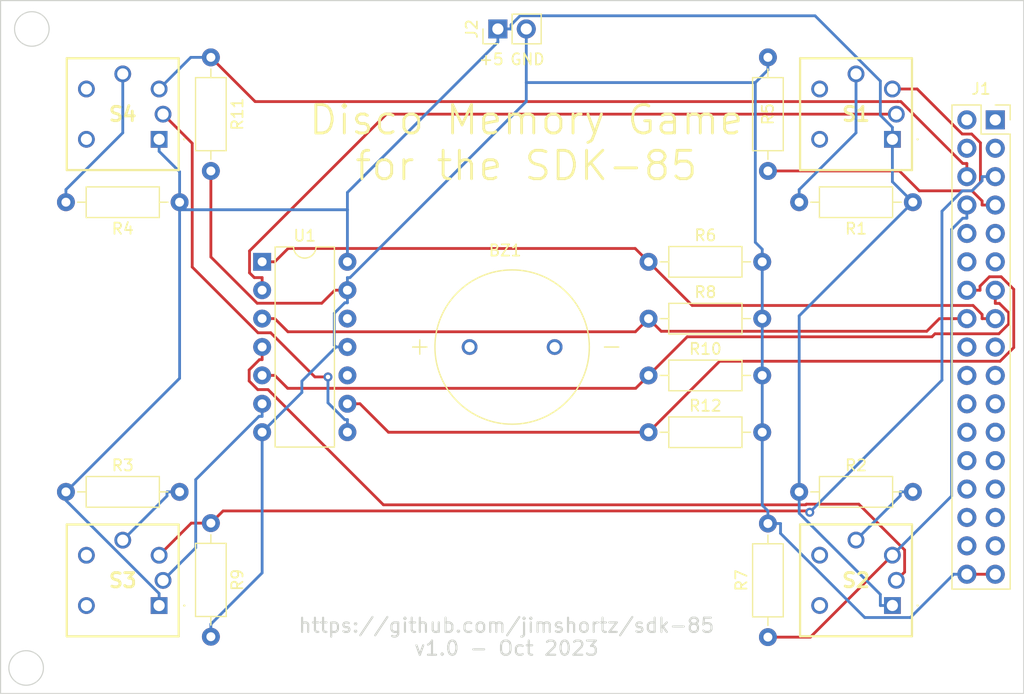
<source format=kicad_pcb>
(kicad_pcb (version 20221018) (generator pcbnew)
  (layers (0 "F.Cu" signal) (31 "B.Cu" signal) (34 "B.Paste" user) (35 "F.Paste" user) (36 "B.SilkS" user "B.Silkscreen") (37 "F.SilkS" user "F.Silkscreen") (38 "B.Mask" user) (39 "F.Mask" user) (44 "Edge.Cuts" user))
  (net 0 "")
  (net 1 "Net-(BZ1--)")
  (net 2 "GND")
  (net 3 "SW2")
  (net 4 "SW3")
  (net 5 "SW0")
  (net 6 "SW1")
  (net 7 "LT2")
  (net 8 "LT3")
  (net 9 "Net-(S3-A)")
  (net 10 "Net-(S4-A)")
  (net 17 "LT0")
  (net 18 "LT1")
  (net 22 "Net-(S3-K)")
  (net 24 "Net-(S1-A)")
  (net 25 "Net-(S2-A)")
  (net 42 "VCC")
  (net 46 "Net-(S1-K)")
  (net 47 "Net-(S2-K)")
  (net 52 "Net-(S4-K)")
  (footprint "omron:B3W9002Y1Y" (layer "F.Cu") (at 147.268 72.608)
    (fp_text reference "S4" (at -3.25 -2.25) (layer "F.SilkS") (effects (font (size 1.27 1.27) (thickness 0.254))))
    (fp_text value "Green" hide)
    (fp_line (start -8.25 -7.25) (end 1.75 -7.25) (stroke (width 0.2)) (layer "F.SilkS"))
    (fp_line (start -8.25 2.75) (end -8.25 -7.25) (stroke (width 0.2)) (layer "F.SilkS"))
    (fp_line (start 1.75 -7.25) (end 1.75 2.75) (stroke (width 0.2)) (layer "F.SilkS"))
    (fp_line (start 1.75 2.75) (end -8.25 2.75) (stroke (width 0.2)) (layer "F.SilkS"))
    (fp_line (start 2.2 0) (end 2.2 0) (stroke (width 0.1)) (layer "F.SilkS"))
    (fp_line (start 2.3 0) (end 2.3 0) (stroke (width 0.1)) (layer "F.SilkS"))
    (fp_arc (start 2.2 0) (mid 2.25 -0.05) (end 2.3 0) (stroke (width 0.1)) (layer "F.SilkS"))
    (fp_arc (start 2.3 0) (mid 2.25 0.05) (end 2.2 0) (stroke (width 0.1)) (layer "F.SilkS"))
    (pad "1" thru_hole rect (at 0 0) (size 1.5 1.5) (drill 1) (layers "*.Cu" "*.Mask") (net 42 "VCC"))
    (pad "2" thru_hole circle (at -6.5 0) (size 1.5 1.5) (drill 1) (layers "*.Cu" "*.Mask"))
    (pad "3" thru_hole circle (at 0 -4.5) (size 1.5 1.5) (drill 1) (layers "*.Cu" "*.Mask") (net 4 "SW3"))
    (pad "4" thru_hole circle (at -6.5 -4.5) (size 1.5 1.5) (drill 1) (layers "*.Cu" "*.Mask"))
    (pad "5" thru_hole circle (at -3.25 -5.85) (size 1.5 1.5) (drill 1) (layers "*.Cu" "*.Mask") (net 10 "Net-(S4-A)"))
    (pad "6" thru_hole circle (at 0.35 -2.25) (size 1.5 1.5) (drill 1) (layers "*.Cu" "*.Mask") (net 52 "Net-(S4-K)"))
  )
  (footprint "Resistor_THT:R_Axial_DIN0207_L6.3mm_D2.5mm_P10.16mm_Horizontal" (layer "F.Cu") (at 191.008 88.646)
    (fp_text reference "R8" (at 5.08 -2.37) (layer "F.SilkS"))
    (fp_text value "10K")
    (fp_line (start 1.04 0) (end 1.81 0) (stroke (width 0.12)) (layer "F.SilkS"))
    (fp_line (start 1.81 -1.37) (end 1.81 1.37) (stroke (width 0.12)) (layer "F.SilkS"))
    (fp_line (start 1.81 1.37) (end 8.35 1.37) (stroke (width 0.12)) (layer "F.SilkS"))
    (fp_line (start 8.35 -1.37) (end 1.81 -1.37) (stroke (width 0.12)) (layer "F.SilkS"))
    (fp_line (start 8.35 1.37) (end 8.35 -1.37) (stroke (width 0.12)) (layer "F.SilkS"))
    (fp_line (start 9.12 0) (end 8.35 0) (stroke (width 0.12)) (layer "F.SilkS"))
    (pad "1" thru_hole circle (at 0 0) (size 1.6 1.6) (drill 0.8) (layers "*.Cu" "*.Mask") (net 18 "LT1"))
    (pad "2" thru_hole oval (at 10.16 0) (size 1.6 1.6) (drill 0.8) (layers "*.Cu" "*.Mask") (net 2 "GND"))
  )
  (footprint "Connector_PinHeader_2.54mm:PinHeader_1x02_P2.54mm_Vertical" (layer "F.Cu") (at 177.541 62.738 90)
    (fp_text reference "J2" (at 0 -2.33 90) (layer "F.SilkS"))
    (fp_text value "Power")
    (fp_line (start -1.33 -1.33) (end 0 -1.33) (stroke (width 0.12)) (layer "F.SilkS"))
    (fp_line (start -1.33 0) (end -1.33 -1.33) (stroke (width 0.12)) (layer "F.SilkS"))
    (fp_line (start -1.33 1.27) (end -1.33 3.87) (stroke (width 0.12)) (layer "F.SilkS"))
    (fp_line (start -1.33 1.27) (end 1.33 1.27) (stroke (width 0.12)) (layer "F.SilkS"))
    (fp_line (start -1.33 3.87) (end 1.33 3.87) (stroke (width 0.12)) (layer "F.SilkS"))
    (fp_line (start 1.33 1.27) (end 1.33 3.87) (stroke (width 0.12)) (layer "F.SilkS"))
    (pad "1" thru_hole rect (at 0 0 90) (size 1.7 1.7) (drill 1) (layers "*.Cu" "*.Mask") (net 42 "VCC"))
    (pad "2" thru_hole oval (at 0 2.54 90) (size 1.7 1.7) (drill 1) (layers "*.Cu" "*.Mask") (net 2 "GND"))
  )
  (footprint "Resistor_THT:R_Axial_DIN0207_L6.3mm_D2.5mm_P10.16mm_Horizontal" (layer "F.Cu") (at 201.676 75.438 90)
    (fp_text reference "R5" (at 5.08 0 90) (layer "F.SilkS"))
    (fp_text value "10K")
    (fp_line (start 1.04 0) (end 1.81 0) (stroke (width 0.12)) (layer "F.SilkS"))
    (fp_line (start 1.81 -1.37) (end 1.81 1.37) (stroke (width 0.12)) (layer "F.SilkS"))
    (fp_line (start 1.81 1.37) (end 8.35 1.37) (stroke (width 0.12)) (layer "F.SilkS"))
    (fp_line (start 8.35 -1.37) (end 1.81 -1.37) (stroke (width 0.12)) (layer "F.SilkS"))
    (fp_line (start 8.35 1.37) (end 8.35 -1.37) (stroke (width 0.12)) (layer "F.SilkS"))
    (fp_line (start 9.12 0) (end 8.35 0) (stroke (width 0.12)) (layer "F.SilkS"))
    (pad "1" thru_hole circle (at 0 0 90) (size 1.6 1.6) (drill 0.8) (layers "*.Cu" "*.Mask") (net 5 "SW0"))
    (pad "2" thru_hole oval (at 10.16 0 90) (size 1.6 1.6) (drill 0.8) (layers "*.Cu" "*.Mask") (net 2 "GND"))
  )
  (footprint "Resistor_THT:R_Axial_DIN0207_L6.3mm_D2.5mm_P10.16mm_Horizontal" (layer "F.Cu") (at 191.008 83.566)
    (fp_text reference "R6" (at 5.08 -2.37) (layer "F.SilkS"))
    (fp_text value "10K")
    (fp_line (start 1.04 0) (end 1.81 0) (stroke (width 0.12)) (layer "F.SilkS"))
    (fp_line (start 1.81 -1.37) (end 1.81 1.37) (stroke (width 0.12)) (layer "F.SilkS"))
    (fp_line (start 1.81 1.37) (end 8.35 1.37) (stroke (width 0.12)) (layer "F.SilkS"))
    (fp_line (start 8.35 -1.37) (end 1.81 -1.37) (stroke (width 0.12)) (layer "F.SilkS"))
    (fp_line (start 8.35 1.37) (end 8.35 -1.37) (stroke (width 0.12)) (layer "F.SilkS"))
    (fp_line (start 9.12 0) (end 8.35 0) (stroke (width 0.12)) (layer "F.SilkS"))
    (pad "1" thru_hole circle (at 0 0) (size 1.6 1.6) (drill 0.8) (layers "*.Cu" "*.Mask") (net 17 "LT0"))
    (pad "2" thru_hole oval (at 10.16 0) (size 1.6 1.6) (drill 0.8) (layers "*.Cu" "*.Mask") (net 2 "GND"))
  )
  (footprint "omron:B3W9002Y1Y" (layer "F.Cu") (at 147.268 114.308)
    (fp_text reference "S3" (at -3.25 -2.25) (layer "F.SilkS") (effects (font (size 1.27 1.27) (thickness 0.254))))
    (fp_text value "Yellow" hide)
    (fp_line (start -8.25 -7.25) (end 1.75 -7.25) (stroke (width 0.2)) (layer "F.SilkS"))
    (fp_line (start -8.25 2.75) (end -8.25 -7.25) (stroke (width 0.2)) (layer "F.SilkS"))
    (fp_line (start 1.75 -7.25) (end 1.75 2.75) (stroke (width 0.2)) (layer "F.SilkS"))
    (fp_line (start 1.75 2.75) (end -8.25 2.75) (stroke (width 0.2)) (layer "F.SilkS"))
    (fp_line (start 2.2 0) (end 2.2 0) (stroke (width 0.1)) (layer "F.SilkS"))
    (fp_line (start 2.3 0) (end 2.3 0) (stroke (width 0.1)) (layer "F.SilkS"))
    (fp_arc (start 2.2 0) (mid 2.25 -0.05) (end 2.3 0) (stroke (width 0.1)) (layer "F.SilkS"))
    (fp_arc (start 2.3 0) (mid 2.25 0.05) (end 2.2 0) (stroke (width 0.1)) (layer "F.SilkS"))
    (pad "1" thru_hole rect (at 0 0) (size 1.5 1.5) (drill 1) (layers "*.Cu" "*.Mask") (net 42 "VCC"))
    (pad "2" thru_hole circle (at -6.5 0) (size 1.5 1.5) (drill 1) (layers "*.Cu" "*.Mask"))
    (pad "3" thru_hole circle (at 0 -4.5) (size 1.5 1.5) (drill 1) (layers "*.Cu" "*.Mask") (net 3 "SW2"))
    (pad "4" thru_hole circle (at -6.5 -4.5) (size 1.5 1.5) (drill 1) (layers "*.Cu" "*.Mask"))
    (pad "5" thru_hole circle (at -3.25 -5.85) (size 1.5 1.5) (drill 1) (layers "*.Cu" "*.Mask") (net 9 "Net-(S3-A)"))
    (pad "6" thru_hole circle (at 0.35 -2.25) (size 1.5 1.5) (drill 1) (layers "*.Cu" "*.Mask") (net 22 "Net-(S3-K)"))
  )
  (footprint "Package_DIP:DIP-14_W7.62mm" (layer "F.Cu") (at 156.474 83.561)
    (fp_text reference "U1" (at 3.81 -2.33) (layer "F.SilkS"))
    (fp_text value "74LS06")
    (fp_line (start 1.16 -1.33) (end 1.16 16.57) (stroke (width 0.12)) (layer "F.SilkS"))
    (fp_line (start 1.16 16.57) (end 6.46 16.57) (stroke (width 0.12)) (layer "F.SilkS"))
    (fp_line (start 2.81 -1.33) (end 1.16 -1.33) (stroke (width 0.12)) (layer "F.SilkS"))
    (fp_line (start 6.46 -1.33) (end 4.81 -1.33) (stroke (width 0.12)) (layer "F.SilkS"))
    (fp_line (start 6.46 16.57) (end 6.46 -1.33) (stroke (width 0.12)) (layer "F.SilkS"))
    (fp_arc (start 4.81 -1.33) (mid 3.81 -0.33) (end 2.81 -1.33) (stroke (width 0.12)) (layer "F.SilkS"))
    (pad "1" thru_hole rect (at 0 0) (size 1.6 1.6) (drill 0.8) (layers "*.Cu" "*.Mask") (net 17 "LT0"))
    (pad "2" thru_hole oval (at 0 2.54) (size 1.6 1.6) (drill 0.8) (layers "*.Cu" "*.Mask") (net 46 "Net-(S1-K)"))
    (pad "3" thru_hole oval (at 0 5.08) (size 1.6 1.6) (drill 0.8) (layers "*.Cu" "*.Mask") (net 18 "LT1"))
    (pad "4" thru_hole oval (at 0 7.62) (size 1.6 1.6) (drill 0.8) (layers "*.Cu" "*.Mask") (net 47 "Net-(S2-K)"))
    (pad "5" thru_hole oval (at 0 10.16) (size 1.6 1.6) (drill 0.8) (layers "*.Cu" "*.Mask") (net 7 "LT2"))
    (pad "6" thru_hole oval (at 0 12.7) (size 1.6 1.6) (drill 0.8) (layers "*.Cu" "*.Mask") (net 22 "Net-(S3-K)"))
    (pad "7" thru_hole oval (at 0 15.24) (size 1.6 1.6) (drill 0.8) (layers "*.Cu" "*.Mask") (net 2 "GND"))
    (pad "8" thru_hole oval (at 7.62 15.24) (size 1.6 1.6) (drill 0.8) (layers "*.Cu" "*.Mask") (net 52 "Net-(S4-K)"))
    (pad "9" thru_hole oval (at 7.62 12.7) (size 1.6 1.6) (drill 0.8) (layers "*.Cu" "*.Mask") (net 8 "LT3"))
    (pad "10" thru_hole oval (at 7.62 10.16) (size 1.6 1.6) (drill 0.8) (layers "*.Cu" "*.Mask"))
    (pad "11" thru_hole oval (at 7.62 7.62) (size 1.6 1.6) (drill 0.8) (layers "*.Cu" "*.Mask") (net 2 "GND"))
    (pad "12" thru_hole oval (at 7.62 5.08) (size 1.6 1.6) (drill 0.8) (layers "*.Cu" "*.Mask"))
    (pad "13" thru_hole oval (at 7.62 2.54) (size 1.6 1.6) (drill 0.8) (layers "*.Cu" "*.Mask") (net 2 "GND"))
    (pad "14" thru_hole oval (at 7.62 0) (size 1.6 1.6) (drill 0.8) (layers "*.Cu" "*.Mask") (net 42 "VCC"))
  )
  (footprint "Resistor_THT:R_Axial_DIN0207_L6.3mm_D2.5mm_P10.16mm_Horizontal" (layer "F.Cu") (at 151.892 106.934 -90)
    (fp_text reference "R9" (at 5.08 -2.37 90) (layer "F.SilkS"))
    (fp_text value "10K")
    (fp_line (start 1.04 0) (end 1.81 0) (stroke (width 0.12)) (layer "F.SilkS"))
    (fp_line (start 1.81 -1.37) (end 1.81 1.37) (stroke (width 0.12)) (layer "F.SilkS"))
    (fp_line (start 1.81 1.37) (end 8.35 1.37) (stroke (width 0.12)) (layer "F.SilkS"))
    (fp_line (start 8.35 -1.37) (end 1.81 -1.37) (stroke (width 0.12)) (layer "F.SilkS"))
    (fp_line (start 8.35 1.37) (end 8.35 -1.37) (stroke (width 0.12)) (layer "F.SilkS"))
    (fp_line (start 9.12 0) (end 8.35 0) (stroke (width 0.12)) (layer "F.SilkS"))
    (pad "1" thru_hole circle (at 0 0 270) (size 1.6 1.6) (drill 0.8) (layers "*.Cu" "*.Mask") (net 3 "SW2"))
    (pad "2" thru_hole oval (at 10.16 0 270) (size 1.6 1.6) (drill 0.8) (layers "*.Cu" "*.Mask") (net 2 "GND"))
  )
  (footprint "Resistor_THT:R_Axial_DIN0207_L6.3mm_D2.5mm_P10.16mm_Horizontal" (layer "F.Cu") (at 191.008 98.806)
    (fp_text reference "R12" (at 5.08 -2.37) (layer "F.SilkS"))
    (fp_text value "10K")
    (fp_line (start 1.04 0) (end 1.81 0) (stroke (width 0.12)) (layer "F.SilkS"))
    (fp_line (start 1.81 -1.37) (end 1.81 1.37) (stroke (width 0.12)) (layer "F.SilkS"))
    (fp_line (start 1.81 1.37) (end 8.35 1.37) (stroke (width 0.12)) (layer "F.SilkS"))
    (fp_line (start 8.35 -1.37) (end 1.81 -1.37) (stroke (width 0.12)) (layer "F.SilkS"))
    (fp_line (start 8.35 1.37) (end 8.35 -1.37) (stroke (width 0.12)) (layer "F.SilkS"))
    (fp_line (start 9.12 0) (end 8.35 0) (stroke (width 0.12)) (layer "F.SilkS"))
    (pad "1" thru_hole circle (at 0 0) (size 1.6 1.6) (drill 0.8) (layers "*.Cu" "*.Mask") (net 8 "LT3"))
    (pad "2" thru_hole oval (at 10.16 0) (size 1.6 1.6) (drill 0.8) (layers "*.Cu" "*.Mask") (net 2 "GND"))
  )
  (footprint "Resistor_THT:R_Axial_DIN0207_L6.3mm_D2.5mm_P10.16mm_Horizontal" (layer "F.Cu") (at 201.676 117.13 90)
    (fp_text reference "R7" (at 5.08 -2.37 90) (layer "F.SilkS"))
    (fp_text value "10K")
    (fp_line (start 1.04 0) (end 1.81 0) (stroke (width 0.12)) (layer "F.SilkS"))
    (fp_line (start 1.81 -1.37) (end 1.81 1.37) (stroke (width 0.12)) (layer "F.SilkS"))
    (fp_line (start 1.81 1.37) (end 8.35 1.37) (stroke (width 0.12)) (layer "F.SilkS"))
    (fp_line (start 8.35 -1.37) (end 1.81 -1.37) (stroke (width 0.12)) (layer "F.SilkS"))
    (fp_line (start 8.35 1.37) (end 8.35 -1.37) (stroke (width 0.12)) (layer "F.SilkS"))
    (fp_line (start 9.12 0) (end 8.35 0) (stroke (width 0.12)) (layer "F.SilkS"))
    (pad "1" thru_hole circle (at 0 0 90) (size 1.6 1.6) (drill 0.8) (layers "*.Cu" "*.Mask") (net 6 "SW1"))
    (pad "2" thru_hole oval (at 10.16 0 90) (size 1.6 1.6) (drill 0.8) (layers "*.Cu" "*.Mask") (net 2 "GND"))
  )
  (footprint "Resistor_THT:R_Axial_DIN0207_L6.3mm_D2.5mm_P10.16mm_Horizontal" (layer "F.Cu") (at 214.63 78.232 180)
    (fp_text reference "R1" (at 5.08 -2.37) (layer "F.SilkS"))
    (fp_text value "1K")
    (fp_line (start 1.04 0) (end 1.81 0) (stroke (width 0.12)) (layer "F.SilkS"))
    (fp_line (start 1.81 -1.37) (end 1.81 1.37) (stroke (width 0.12)) (layer "F.SilkS"))
    (fp_line (start 1.81 1.37) (end 8.35 1.37) (stroke (width 0.12)) (layer "F.SilkS"))
    (fp_line (start 8.35 -1.37) (end 1.81 -1.37) (stroke (width 0.12)) (layer "F.SilkS"))
    (fp_line (start 8.35 1.37) (end 8.35 -1.37) (stroke (width 0.12)) (layer "F.SilkS"))
    (fp_line (start 9.12 0) (end 8.35 0) (stroke (width 0.12)) (layer "F.SilkS"))
    (pad "1" thru_hole circle (at 0 0 180) (size 1.6 1.6) (drill 0.8) (layers "*.Cu" "*.Mask") (net 42 "VCC"))
    (pad "2" thru_hole oval (at 10.16 0 180) (size 1.6 1.6) (drill 0.8) (layers "*.Cu" "*.Mask") (net 24 "Net-(S1-A)"))
  )
  (footprint "buzzer:XDCR_AT-1438-TWT-R" (layer "F.Cu") (at 178.816 91.186)
    (fp_text reference "BZ1" (at -0.625 -8.635) (layer "F.SilkS"))
    (fp_text value "Buzzer")
    (fp_line (start -8.89 0) (end -7.62 0) (stroke (width 0.127)) (layer "F.SilkS"))
    (fp_line (start -8.255 -0.635) (end -8.255 0.635) (stroke (width 0.127)) (layer "F.SilkS"))
    (fp_line (start 8.255 0) (end 9.525 0) (stroke (width 0.127)) (layer "F.SilkS"))
    (fp_circle (center 0 0) (end 6.9 0) (stroke (width 0.127)) (fill none) (layer "F.SilkS"))
    (pad "N" thru_hole circle (at 3.8 0) (size 1.408 1.408) (drill 0.9) (layers "*.Cu" "*.Mask"))
    (pad "P" thru_hole circle (at -3.8 0) (size 1.408 1.408) (drill 0.9) (layers "*.Cu" "*.Mask"))
  )
  (footprint "Connector_PinSocket_2.54mm:PinSocket_2x17_P2.54mm_Vertical" (layer "F.Cu") (at 221.996 70.866)
    (fp_text reference "J1" (at -1.27 -2.77) (layer "F.SilkS"))
    (fp_text value "GPIO")
    (fp_line (start -3.87 -1.33) (end -3.87 41.97) (stroke (width 0.12)) (layer "F.SilkS"))
    (fp_line (start -3.87 -1.33) (end -1.27 -1.33) (stroke (width 0.12)) (layer "F.SilkS"))
    (fp_line (start -3.87 41.97) (end 1.33 41.97) (stroke (width 0.12)) (layer "F.SilkS"))
    (fp_line (start -1.27 -1.33) (end -1.27 1.27) (stroke (width 0.12)) (layer "F.SilkS"))
    (fp_line (start -1.27 1.27) (end 1.33 1.27) (stroke (width 0.12)) (layer "F.SilkS"))
    (fp_line (start 0 -1.33) (end 1.33 -1.33) (stroke (width 0.12)) (layer "F.SilkS"))
    (fp_line (start 1.33 -1.33) (end 1.33 0) (stroke (width 0.12)) (layer "F.SilkS"))
    (fp_line (start 1.33 1.27) (end 1.33 41.97) (stroke (width 0.12)) (layer "F.SilkS"))
    (pad "1" thru_hole rect (at 0 0) (size 1.7 1.7) (drill 1) (layers "*.Cu" "*.Mask"))
    (pad "2" thru_hole oval (at -2.54 0) (size 1.7 1.7) (drill 1) (layers "*.Cu" "*.Mask"))
    (pad "3" thru_hole oval (at 0 2.54) (size 1.7 1.7) (drill 1) (layers "*.Cu" "*.Mask"))
    (pad "4" thru_hole oval (at -2.54 2.54) (size 1.7 1.7) (drill 1) (layers "*.Cu" "*.Mask"))
    (pad "5" thru_hole oval (at 0 5.08) (size 1.7 1.7) (drill 1) (layers "*.Cu" "*.Mask") (net 3 "SW2"))
    (pad "6" thru_hole oval (at -2.54 5.08) (size 1.7 1.7) (drill 1) (layers "*.Cu" "*.Mask") (net 4 "SW3"))
    (pad "7" thru_hole oval (at 0 7.62) (size 1.7 1.7) (drill 1) (layers "*.Cu" "*.Mask") (net 5 "SW0"))
    (pad "8" thru_hole oval (at -2.54 7.62) (size 1.7 1.7) (drill 1) (layers "*.Cu" "*.Mask") (net 6 "SW1"))
    (pad "9" thru_hole oval (at 0 10.16) (size 1.7 1.7) (drill 1) (layers "*.Cu" "*.Mask"))
    (pad "10" thru_hole oval (at -2.54 10.16) (size 1.7 1.7) (drill 1) (layers "*.Cu" "*.Mask"))
    (pad "11" thru_hole oval (at 0 12.7) (size 1.7 1.7) (drill 1) (layers "*.Cu" "*.Mask") (net 1 "Net-(BZ1--)"))
    (pad "12" thru_hole oval (at -2.54 12.7) (size 1.7 1.7) (drill 1) (layers "*.Cu" "*.Mask"))
    (pad "13" thru_hole oval (at 0 15.24) (size 1.7 1.7) (drill 1) (layers "*.Cu" "*.Mask") (net 7 "LT2"))
    (pad "14" thru_hole oval (at -2.54 15.24) (size 1.7 1.7) (drill 1) (layers "*.Cu" "*.Mask") (net 8 "LT3"))
    (pad "15" thru_hole oval (at 0 17.78) (size 1.7 1.7) (drill 1) (layers "*.Cu" "*.Mask") (net 17 "LT0"))
    (pad "16" thru_hole oval (at -2.54 17.78) (size 1.7 1.7) (drill 1) (layers "*.Cu" "*.Mask") (net 18 "LT1"))
    (pad "17" thru_hole oval (at 0 20.32) (size 1.7 1.7) (drill 1) (layers "*.Cu" "*.Mask"))
    (pad "18" thru_hole oval (at -2.54 20.32) (size 1.7 1.7) (drill 1) (layers "*.Cu" "*.Mask"))
    (pad "19" thru_hole oval (at 0 22.86) (size 1.7 1.7) (drill 1) (layers "*.Cu" "*.Mask"))
    (pad "20" thru_hole oval (at -2.54 22.86) (size 1.7 1.7) (drill 1) (layers "*.Cu" "*.Mask"))
    (pad "21" thru_hole oval (at 0 25.4) (size 1.7 1.7) (drill 1) (layers "*.Cu" "*.Mask"))
    (pad "22" thru_hole oval (at -2.54 25.4) (size 1.7 1.7) (drill 1) (layers "*.Cu" "*.Mask"))
    (pad "23" thru_hole oval (at 0 27.94) (size 1.7 1.7) (drill 1) (layers "*.Cu" "*.Mask"))
    (pad "24" thru_hole oval (at -2.54 27.94) (size 1.7 1.7) (drill 1) (layers "*.Cu" "*.Mask"))
    (pad "25" thru_hole oval (at 0 30.48) (size 1.7 1.7) (drill 1) (layers "*.Cu" "*.Mask"))
    (pad "26" thru_hole oval (at -2.54 30.48) (size 1.7 1.7) (drill 1) (layers "*.Cu" "*.Mask"))
    (pad "27" thru_hole oval (at 0 33.02) (size 1.7 1.7) (drill 1) (layers "*.Cu" "*.Mask"))
    (pad "28" thru_hole oval (at -2.54 33.02) (size 1.7 1.7) (drill 1) (layers "*.Cu" "*.Mask"))
    (pad "29" thru_hole oval (at 0 35.56) (size 1.7 1.7) (drill 1) (layers "*.Cu" "*.Mask"))
    (pad "30" thru_hole oval (at -2.54 35.56) (size 1.7 1.7) (drill 1) (layers "*.Cu" "*.Mask"))
    (pad "31" thru_hole oval (at 0 38.1) (size 1.7 1.7) (drill 1) (layers "*.Cu" "*.Mask"))
    (pad "32" thru_hole oval (at -2.54 38.1) (size 1.7 1.7) (drill 1) (layers "*.Cu" "*.Mask"))
    (pad "33" thru_hole oval (at 0 40.64) (size 1.7 1.7) (drill 1) (layers "*.Cu" "*.Mask") (net 2 "GND"))
    (pad "34" thru_hole oval (at -2.54 40.64) (size 1.7 1.7) (drill 1) (layers "*.Cu" "*.Mask") (net 2 "GND"))
  )
  (footprint "Resistor_THT:R_Axial_DIN0207_L6.3mm_D2.5mm_P10.16mm_Horizontal" (layer "F.Cu") (at 149.098 78.232 180)
    (fp_text reference "R4" (at 5.08 -2.37) (layer "F.SilkS"))
    (fp_text value "1K")
    (fp_line (start 1.04 0) (end 1.81 0) (stroke (width 0.12)) (layer "F.SilkS"))
    (fp_line (start 1.81 -1.37) (end 1.81 1.37) (stroke (width 0.12)) (layer "F.SilkS"))
    (fp_line (start 1.81 1.37) (end 8.35 1.37) (stroke (width 0.12)) (layer "F.SilkS"))
    (fp_line (start 8.35 -1.37) (end 1.81 -1.37) (stroke (width 0.12)) (layer "F.SilkS"))
    (fp_line (start 8.35 1.37) (end 8.35 -1.37) (stroke (width 0.12)) (layer "F.SilkS"))
    (fp_line (start 9.12 0) (end 8.35 0) (stroke (width 0.12)) (layer "F.SilkS"))
    (pad "1" thru_hole circle (at 0 0 180) (size 1.6 1.6) (drill 0.8) (layers "*.Cu" "*.Mask") (net 42 "VCC"))
    (pad "2" thru_hole oval (at 10.16 0 180) (size 1.6 1.6) (drill 0.8) (layers "*.Cu" "*.Mask") (net 10 "Net-(S4-A)"))
  )
  (footprint "omron:B3W9002Y1Y" (layer "F.Cu") (at 212.8 114.3)
    (fp_text reference "S2" (at -3.25 -2.25) (layer "F.SilkS") (effects (font (size 1.27 1.27) (thickness 0.254))))
    (fp_text value "Blue" hide)
    (fp_line (start -8.25 -7.25) (end 1.75 -7.25) (stroke (width 0.2)) (layer "F.SilkS"))
    (fp_line (start -8.25 2.75) (end -8.25 -7.25) (stroke (width 0.2)) (layer "F.SilkS"))
    (fp_line (start 1.75 -7.25) (end 1.75 2.75) (stroke (width 0.2)) (layer "F.SilkS"))
    (fp_line (start 1.75 2.75) (end -8.25 2.75) (stroke (width 0.2)) (layer "F.SilkS"))
    (fp_line (start 2.2 0) (end 2.2 0) (stroke (width 0.1)) (layer "F.SilkS"))
    (fp_line (start 2.3 0) (end 2.3 0) (stroke (width 0.1)) (layer "F.SilkS"))
    (fp_arc (start 2.2 0) (mid 2.25 -0.05) (end 2.3 0) (stroke (width 0.1)) (layer "F.SilkS"))
    (fp_arc (start 2.3 0) (mid 2.25 0.05) (end 2.2 0) (stroke (width 0.1)) (layer "F.SilkS"))
    (pad "1" thru_hole rect (at 0 0) (size 1.5 1.5) (drill 1) (layers "*.Cu" "*.Mask") (net 42 "VCC"))
    (pad "2" thru_hole circle (at -6.5 0) (size 1.5 1.5) (drill 1) (layers "*.Cu" "*.Mask"))
    (pad "3" thru_hole circle (at 0 -4.5) (size 1.5 1.5) (drill 1) (layers "*.Cu" "*.Mask") (net 6 "SW1"))
    (pad "4" thru_hole circle (at -6.5 -4.5) (size 1.5 1.5) (drill 1) (layers "*.Cu" "*.Mask"))
    (pad "5" thru_hole circle (at -3.25 -5.85) (size 1.5 1.5) (drill 1) (layers "*.Cu" "*.Mask") (net 25 "Net-(S2-A)"))
    (pad "6" thru_hole circle (at 0.35 -2.25) (size 1.5 1.5) (drill 1) (layers "*.Cu" "*.Mask") (net 47 "Net-(S2-K)"))
  )
  (footprint "Resistor_THT:R_Axial_DIN0207_L6.3mm_D2.5mm_P10.16mm_Horizontal" (layer "F.Cu") (at 151.892 65.278 -90)
    (fp_text reference "R11" (at 5.08 -2.37 90) (layer "F.SilkS"))
    (fp_text value "10K")
    (fp_line (start 1.04 0) (end 1.81 0) (stroke (width 0.12)) (layer "F.SilkS"))
    (fp_line (start 1.81 -1.37) (end 1.81 1.37) (stroke (width 0.12)) (layer "F.SilkS"))
    (fp_line (start 1.81 1.37) (end 8.35 1.37) (stroke (width 0.12)) (layer "F.SilkS"))
    (fp_line (start 8.35 -1.37) (end 1.81 -1.37) (stroke (width 0.12)) (layer "F.SilkS"))
    (fp_line (start 8.35 1.37) (end 8.35 -1.37) (stroke (width 0.12)) (layer "F.SilkS"))
    (fp_line (start 9.12 0) (end 8.35 0) (stroke (width 0.12)) (layer "F.SilkS"))
    (pad "1" thru_hole circle (at 0 0 270) (size 1.6 1.6) (drill 0.8) (layers "*.Cu" "*.Mask") (net 4 "SW3"))
    (pad "2" thru_hole oval (at 10.16 0 270) (size 1.6 1.6) (drill 0.8) (layers "*.Cu" "*.Mask") (net 2 "GND"))
  )
  (footprint "omron:B3W9002Y1Y" (layer "F.Cu") (at 212.8 72.608)
    (fp_text reference "S1" (at -3.25 -2.25) (layer "F.SilkS") (effects (font (size 1.27 1.27) (thickness 0.254))))
    (fp_text value "Red" hide)
    (fp_line (start -8.25 -7.25) (end 1.75 -7.25) (stroke (width 0.2)) (layer "F.SilkS"))
    (fp_line (start -8.25 2.75) (end -8.25 -7.25) (stroke (width 0.2)) (layer "F.SilkS"))
    (fp_line (start 1.75 -7.25) (end 1.75 2.75) (stroke (width 0.2)) (layer "F.SilkS"))
    (fp_line (start 1.75 2.75) (end -8.25 2.75) (stroke (width 0.2)) (layer "F.SilkS"))
    (fp_line (start 2.2 0) (end 2.2 0) (stroke (width 0.1)) (layer "F.SilkS"))
    (fp_line (start 2.3 0) (end 2.3 0) (stroke (width 0.1)) (layer "F.SilkS"))
    (fp_arc (start 2.2 0) (mid 2.25 -0.05) (end 2.3 0) (stroke (width 0.1)) (layer "F.SilkS"))
    (fp_arc (start 2.3 0) (mid 2.25 0.05) (end 2.2 0) (stroke (width 0.1)) (layer "F.SilkS"))
    (pad "1" thru_hole rect (at 0 0) (size 1.5 1.5) (drill 1) (layers "*.Cu" "*.Mask") (net 42 "VCC"))
    (pad "2" thru_hole circle (at -6.5 0) (size 1.5 1.5) (drill 1) (layers "*.Cu" "*.Mask"))
    (pad "3" thru_hole circle (at 0 -4.5) (size 1.5 1.5) (drill 1) (layers "*.Cu" "*.Mask") (net 5 "SW0"))
    (pad "4" thru_hole circle (at -6.5 -4.5) (size 1.5 1.5) (drill 1) (layers "*.Cu" "*.Mask"))
    (pad "5" thru_hole circle (at -3.25 -5.85) (size 1.5 1.5) (drill 1) (layers "*.Cu" "*.Mask") (net 24 "Net-(S1-A)"))
    (pad "6" thru_hole circle (at 0.35 -2.25) (size 1.5 1.5) (drill 1) (layers "*.Cu" "*.Mask") (net 46 "Net-(S1-K)"))
  )
  (footprint "Resistor_THT:R_Axial_DIN0207_L6.3mm_D2.5mm_P10.16mm_Horizontal" (layer "F.Cu") (at 191.008 93.726)
    (fp_text reference "R10" (at 5.08 -2.37) (layer "F.SilkS"))
    (fp_text value "10K")
    (fp_line (start 1.04 0) (end 1.81 0) (stroke (width 0.12)) (layer "F.SilkS"))
    (fp_line (start 1.81 -1.37) (end 1.81 1.37) (stroke (width 0.12)) (layer "F.SilkS"))
    (fp_line (start 1.81 1.37) (end 8.35 1.37) (stroke (width 0.12)) (layer "F.SilkS"))
    (fp_line (start 8.35 -1.37) (end 1.81 -1.37) (stroke (width 0.12)) (layer "F.SilkS"))
    (fp_line (start 8.35 1.37) (end 8.35 -1.37) (stroke (width 0.12)) (layer "F.SilkS"))
    (fp_line (start 9.12 0) (end 8.35 0) (stroke (width 0.12)) (layer "F.SilkS"))
    (pad "1" thru_hole circle (at 0 0) (size 1.6 1.6) (drill 0.8) (layers "*.Cu" "*.Mask") (net 7 "LT2"))
    (pad "2" thru_hole oval (at 10.16 0) (size 1.6 1.6) (drill 0.8) (layers "*.Cu" "*.Mask") (net 2 "GND"))
  )
  (footprint "Resistor_THT:R_Axial_DIN0207_L6.3mm_D2.5mm_P10.16mm_Horizontal" (layer "F.Cu") (at 138.938 104.14)
    (fp_text reference "R3" (at 5.08 -2.37) (layer "F.SilkS"))
    (fp_text value "1K")
    (fp_line (start 1.04 0) (end 1.81 0) (stroke (width 0.12)) (layer "F.SilkS"))
    (fp_line (start 1.81 -1.37) (end 1.81 1.37) (stroke (width 0.12)) (layer "F.SilkS"))
    (fp_line (start 1.81 1.37) (end 8.35 1.37) (stroke (width 0.12)) (layer "F.SilkS"))
    (fp_line (start 8.35 -1.37) (end 1.81 -1.37) (stroke (width 0.12)) (layer "F.SilkS"))
    (fp_line (start 8.35 1.37) (end 8.35 -1.37) (stroke (width 0.12)) (layer "F.SilkS"))
    (fp_line (start 9.12 0) (end 8.35 0) (stroke (width 0.12)) (layer "F.SilkS"))
    (pad "1" thru_hole circle (at 0 0) (size 1.6 1.6) (drill 0.8) (layers "*.Cu" "*.Mask") (net 42 "VCC"))
    (pad "2" thru_hole oval (at 10.16 0) (size 1.6 1.6) (drill 0.8) (layers "*.Cu" "*.Mask") (net 9 "Net-(S3-A)"))
  )
  (footprint "Resistor_THT:R_Axial_DIN0207_L6.3mm_D2.5mm_P10.16mm_Horizontal" (layer "F.Cu") (at 204.47 104.14)
    (fp_text reference "R2" (at 5.08 -2.37) (layer "F.SilkS"))
    (fp_text value "1K")
    (fp_line (start 1.04 0) (end 1.81 0) (stroke (width 0.12)) (layer "F.SilkS"))
    (fp_line (start 1.81 -1.37) (end 1.81 1.37) (stroke (width 0.12)) (layer "F.SilkS"))
    (fp_line (start 1.81 1.37) (end 8.35 1.37) (stroke (width 0.12)) (layer "F.SilkS"))
    (fp_line (start 8.35 -1.37) (end 1.81 -1.37) (stroke (width 0.12)) (layer "F.SilkS"))
    (fp_line (start 8.35 1.37) (end 8.35 -1.37) (stroke (width 0.12)) (layer "F.SilkS"))
    (fp_line (start 9.12 0) (end 8.35 0) (stroke (width 0.12)) (layer "F.SilkS"))
    (pad "1" thru_hole circle (at 0 0) (size 1.6 1.6) (drill 0.8) (layers "*.Cu" "*.Mask") (net 42 "VCC"))
    (pad "2" thru_hole oval (at 10.16 0) (size 1.6 1.6) (drill 0.8) (layers "*.Cu" "*.Mask") (net 25 "Net-(S2-A)"))
  )
  (gr_circle (center 135.89 62.738) (end 137.414 62.992) (stroke (width 0.1)) (fill none) (layer "Edge.Cuts"))
  (gr_rect (start 133.096 60.198) (end 224.536 122.174) (stroke (width 0.1)) (fill none) (layer "Edge.Cuts"))
  (gr_circle (center 135.382 119.888) (end 136.906 120.142) (stroke (width 0.1)) (fill none) (layer "Edge.Cuts"))
  (gr_text "GND" (at 178.562 66.04) (layer "F.SilkS") (effects (font (size 1 1)) (justify left bottom)))
  (gr_text "Disco Memory Game\nfor the SDK-85" (at 180.086 76.454) (layer "F.SilkS") (effects (font (size 2.54 2.54) (thickness 0.254)) (justify bottom)))
  (gr_text "+5" (at 175.768 66.04) (layer "F.SilkS") (effects (font (size 1 1)) (justify left bottom)))
  (gr_text "https://github.com/jimshortz/sdk-85\nv1.0 - Oct 2023" (at 178.308 118.872) (layer "Edge.Cuts") (effects (font (size 1.27 1.27) (thickness 0.1905)) (justify bottom)))
  (segment (start 151.892 75.438) (end 151.892 83.131) (width 0.25) (layer "F.Cu") (net 2))
  (segment (start 219.456 111.506) (end 221.996 111.506) (width 0.25) (layer "F.Cu") (net 2))
  (segment (start 156.0267 87.2657) (end 161.8024 87.2657) (width 0.25) (layer "F.Cu") (net 2))
  (segment (start 164.094 86.101) (end 162.9671 86.101) (width 0.25) (layer "F.Cu") (net 2))
  (segment (start 161.8024 87.2657) (end 162.9671 86.101) (width 0.25) (layer "F.Cu") (net 2))
  (segment (start 151.892 83.131) (end 156.0267 87.2657) (width 0.25) (layer "F.Cu") (net 2))
  (segment (start 180.081 67.5318) (end 180.081 69.2206) (width 0.25) (layer "B.Cu") (net 2))
  (segment (start 210.3304 115.3769) (end 202.8029 107.8494) (width 0.25) (layer "B.Cu") (net 2))
  (segment (start 162.9235 88.1649) (end 162.9235 91.024) (width 0.25) (layer "B.Cu") (net 2))
  (segment (start 151.892 115.9671) (end 156.474 111.3851) (width 0.25) (layer "B.Cu") (net 2))
  (segment (start 163.0805 91.181) (end 160.0242 94.2373) (width 0.25) (layer "B.Cu") (net 2))
  (segment (start 156.474 111.3851) (end 156.474 98.801) (width 0.25) (layer "B.Cu") (net 2))
  (segment (start 164.094 91.181) (end 163.0805 91.181) (width 0.25) (layer "B.Cu") (net 2))
  (segment (start 201.168 83.566) (end 201.168 82.4391) (width 0.25) (layer "B.Cu") (net 2))
  (segment (start 201.168 88.646) (end 201.168 89.7729) (width 0.25) (layer "B.Cu") (net 2))
  (segment (start 202.8029 107.8494) (end 202.8029 106.97) (width 0.25) (layer "B.Cu") (net 2))
  (segment (start 200.5491 67.5318) (end 201.676 66.4049) (width 0.25) (layer "B.Cu") (net 2))
  (segment (start 180.081 62.738) (end 180.081 67.5318) (width 0.25) (layer "B.Cu") (net 2))
  (segment (start 201.676 106.97) (end 202.8029 106.97) (width 0.25) (layer "B.Cu") (net 2))
  (segment (start 162.9235 91.024) (end 163.0805 91.181) (width 0.25) (layer "B.Cu") (net 2))
  (segment (start 201.168 82.4391) (end 200.5491 81.8202) (width 0.25) (layer "B.Cu") (net 2))
  (segment (start 201.168 93.726) (end 201.168 89.7729) (width 0.25) (layer "B.Cu") (net 2))
  (segment (start 160.0242 94.2373) (end 160.0242 95.2508) (width 0.25) (layer "B.Cu") (net 2))
  (segment (start 151.892 117.094) (end 151.892 115.9671) (width 0.25) (layer "B.Cu") (net 2))
  (segment (start 214.4082 115.3769) (end 210.3304 115.3769) (width 0.25) (layer "B.Cu") (net 2))
  (segment (start 201.168 105.3351) (end 201.168 98.806) (width 0.25) (layer "B.Cu") (net 2))
  (segment (start 164.3275 84.9741) (end 164.094 84.9741) (width 0.25) (layer "B.Cu") (net 2))
  (segment (start 200.5491 81.8202) (end 200.5491 67.5318) (width 0.25) (layer "B.Cu") (net 2))
  (segment (start 201.676 65.278) (end 201.676 66.4049) (width 0.25) (layer "B.Cu") (net 2))
  (segment (start 218.2791 111.506) (end 214.4082 115.3769) (width 0.25) (layer "B.Cu") (net 2))
  (segment (start 164.094 87.2279) (end 163.8605 87.2279) (width 0.25) (layer "B.Cu") (net 2))
  (segment (start 201.676 106.97) (end 201.676 105.8431) (width 0.25) (layer "B.Cu") (net 2))
  (segment (start 201.168 98.806) (end 201.168 93.726) (width 0.25) (layer "B.Cu") (net 2))
  (segment (start 163.8605 87.2279) (end 162.9235 88.1649) (width 0.25) (layer "B.Cu") (net 2))
  (segment (start 164.094 86.101) (end 164.094 84.9741) (width 0.25) (layer "B.Cu") (net 2))
  (segment (start 201.676 105.8431) (end 201.168 105.3351) (width 0.25) (layer "B.Cu") (net 2))
  (segment (start 201.168 83.566) (end 201.168 88.646) (width 0.25) (layer "B.Cu") (net 2))
  (segment (start 180.081 67.5318) (end 200.5491 67.5318) (width 0.25) (layer "B.Cu") (net 2))
  (segment (start 164.094 86.101) (end 164.094 87.2279) (width 0.25) (layer "B.Cu") (net 2))
  (segment (start 219.456 111.506) (end 218.2791 111.506) (width 0.25) (layer "B.Cu") (net 2))
  (segment (start 180.081 69.2206) (end 164.3275 84.9741) (width 0.25) (layer "B.Cu") (net 2))
  (segment (start 160.0242 95.2508) (end 156.474 98.801) (width 0.25) (layer "B.Cu") (net 2))
  (segment (start 150.142 106.934) (end 151.892 106.934) (width 0.25) (layer "F.Cu") (net 3))
  (segment (start 147.268 109.808) (end 150.142 106.934) (width 0.25) (layer "F.Cu") (net 3))
  (segment (start 205.2907 105.8431) (end 205.4134 105.9658) (width 0.25) (layer "F.Cu") (net 3))
  (segment (start 152.9829 105.8431) (end 205.2907 105.8431) (width 0.25) (layer "F.Cu") (net 3))
  (segment (start 151.892 106.934) (end 152.9829 105.8431) (width 0.25) (layer "F.Cu") (net 3))
  (via (at 205.4134 105.9658) (size 0.8) (drill 0.4) (layers "F.Cu" "B.Cu") (net 3))
  (segment (start 219.9149 77.216) (end 220.8191 76.3118) (width 0.25) (layer "B.Cu") (net 3))
  (segment (start 221.996 75.946) (end 220.8191 75.946) (width 0.25) (layer "B.Cu") (net 3))
  (segment (start 217.2293 79.0417) (end 219.055 77.216) (width 0.25) (layer "B.Cu") (net 3))
  (segment (start 205.4134 105.9658) (end 217.2293 94.1499) (width 0.25) (layer "B.Cu") (net 3))
  (segment (start 220.8191 76.3118) (end 220.8191 75.946) (width 0.25) (layer "B.Cu") (net 3))
  (segment (start 219.055 77.216) (end 219.9149 77.216) (width 0.25) (layer "B.Cu") (net 3))
  (segment (start 217.2293 94.1499) (end 217.2293 79.0417) (width 0.25) (layer "B.Cu") (net 3))
  (segment (start 155.8469 69.2329) (end 213.2858 69.2329) (width 0.25) (layer "F.Cu") (net 4))
  (segment (start 213.2858 69.2329) (end 213.2873 69.2344) (width 0.25) (layer "F.Cu") (net 4))
  (segment (start 219.456 75.946) (end 219.456 74.7691) (width 0.25) (layer "F.Cu") (net 4))
  (segment (start 213.2873 69.2344) (end 213.5588 69.2344) (width 0.25) (layer "F.Cu") (net 4))
  (segment (start 151.892 65.278) (end 155.8469 69.2329) (width 0.25) (layer "F.Cu") (net 4))
  (segment (start 219.0935 74.7691) (end 219.456 74.7691) (width 0.25) (layer "F.Cu") (net 4))
  (segment (start 213.5588 69.2344) (end 219.0935 74.7691) (width 0.25) (layer "F.Cu") (net 4))
  (segment (start 150.098 65.278) (end 147.268 68.108) (width 0.25) (layer "B.Cu") (net 4))
  (segment (start 151.892 65.278) (end 150.098 65.278) (width 0.25) (layer "B.Cu") (net 4))
  (segment (start 219.8869 72.136) (end 219.0456 72.136) (width 0.25) (layer "F.Cu") (net 5))
  (segment (start 215.2077 77.216) (end 219.9149 77.216) (width 0.25) (layer "F.Cu") (net 5))
  (segment (start 215.0176 68.108) (end 212.8 68.108) (width 0.25) (layer "F.Cu") (net 5))
  (segment (start 213.4297 75.438) (end 215.2077 77.216) (width 0.25) (layer "F.Cu") (net 5))
  (segment (start 219.9149 77.216) (end 220.6693 76.4616) (width 0.25) (layer "F.Cu") (net 5))
  (segment (start 219.9149 77.216) (end 220.8191 78.1202) (width 0.25) (layer "F.Cu") (net 5))
  (segment (start 220.6693 76.4616) (end 220.6693 72.9184) (width 0.25) (layer "F.Cu") (net 5))
  (segment (start 221.996 78.486) (end 220.8191 78.486) (width 0.25) (layer "F.Cu") (net 5))
  (segment (start 219.0456 72.136) (end 215.0176 68.108) (width 0.25) (layer "F.Cu") (net 5))
  (segment (start 220.8191 78.1202) (end 220.8191 78.486) (width 0.25) (layer "F.Cu") (net 5))
  (segment (start 220.6693 72.9184) (end 219.8869 72.136) (width 0.25) (layer "F.Cu") (net 5))
  (segment (start 201.676 75.438) (end 213.4297 75.438) (width 0.25) (layer "F.Cu") (net 5))
  (segment (start 205.47 117.13) (end 201.676 117.13) (width 0.25) (layer "F.Cu") (net 6))
  (segment (start 212.8 109.8) (end 205.47 117.13) (width 0.25) (layer "F.Cu") (net 6))
  (segment (start 219.456 78.486) (end 219.456 79.6629) (width 0.25) (layer "B.Cu") (net 6))
  (segment (start 218.0929 104.5071) (end 218.0929 80.6602) (width 0.25) (layer "B.Cu") (net 6))
  (segment (start 219.0902 79.6629) (end 219.456 79.6629) (width 0.25) (layer "B.Cu") (net 6))
  (segment (start 218.0929 80.6602) (end 219.0902 79.6629) (width 0.25) (layer "B.Cu") (net 6))
  (segment (start 212.8 109.8) (end 218.0929 104.5071) (width 0.25) (layer "B.Cu") (net 6))
  (segment (start 216.604 90.0004) (end 216.3333 90.2711) (width 0.25) (layer "F.Cu") (net 7))
  (segment (start 222.3638 87.2829) (end 223.1905 88.1096) (width 0.25) (layer "F.Cu") (net 7))
  (segment (start 194.4629 90.2711) (end 191.008 93.726) (width 0.25) (layer "F.Cu") (net 7))
  (segment (start 222.3162 90.0004) (end 216.604 90.0004) (width 0.25) (layer "F.Cu") (net 7))
  (segment (start 223.1905 88.1096) (end 223.1905 89.1261) (width 0.25) (layer "F.Cu") (net 7))
  (segment (start 223.1905 89.1261) (end 222.3162 90.0004) (width 0.25) (layer "F.Cu") (net 7))
  (segment (start 189.8556 94.8784) (end 158.7583 94.8784) (width 0.25) (layer "F.Cu") (net 7))
  (segment (start 221.996 87.2829) (end 222.3638 87.2829) (width 0.25) (layer "F.Cu") (net 7))
  (segment (start 191.008 93.726) (end 189.8556 94.8784) (width 0.25) (layer "F.Cu") (net 7))
  (segment (start 221.996 86.106) (end 221.996 87.2829) (width 0.25) (layer "F.Cu") (net 7))
  (segment (start 158.7583 94.8784) (end 157.6009 93.721) (width 0.25) (layer "F.Cu") (net 7))
  (segment (start 156.474 93.721) (end 157.6009 93.721) (width 0.25) (layer "F.Cu") (net 7))
  (segment (start 216.3333 90.2711) (end 194.4629 90.2711) (width 0.25) (layer "F.Cu") (net 7))
  (segment (start 220.6329 86.106) (end 220.6329 85.7382) (width 0.25) (layer "F.Cu") (net 8))
  (segment (start 191.008 98.806) (end 167.7659 98.806) (width 0.25) (layer "F.Cu") (net 8))
  (segment (start 222.5238 84.9015) (end 223.6455 86.0232) (width 0.25) (layer "F.Cu") (net 8))
  (segment (start 222.4214 92.456) (end 197.358 92.456) (width 0.25) (layer "F.Cu") (net 8))
  (segment (start 167.7659 98.806) (end 165.2209 96.261) (width 0.25) (layer "F.Cu") (net 8))
  (segment (start 197.358 92.456) (end 191.008 98.806) (width 0.25) (layer "F.Cu") (net 8))
  (segment (start 219.456 86.106) (end 220.6329 86.106) (width 0.25) (layer "F.Cu") (net 8))
  (segment (start 220.6329 85.7382) (end 221.4696 84.9015) (width 0.25) (layer "F.Cu") (net 8))
  (segment (start 164.094 96.261) (end 165.2209 96.261) (width 0.25) (layer "F.Cu") (net 8))
  (segment (start 223.6455 91.2319) (end 222.4214 92.456) (width 0.25) (layer "F.Cu") (net 8))
  (segment (start 221.4696 84.9015) (end 222.5238 84.9015) (width 0.25) (layer "F.Cu") (net 8))
  (segment (start 223.6455 86.0232) (end 223.6455 91.2319) (width 0.25) (layer "F.Cu") (net 8))
  (segment (start 147.9711 104.5049) (end 144.018 108.458) (width 0.25) (layer "B.Cu") (net 9))
  (segment (start 149.098 104.14) (end 147.9711 104.14) (width 0.25) (layer "B.Cu") (net 9))
  (segment (start 147.9711 104.14) (end 147.9711 104.5049) (width 0.25) (layer "B.Cu") (net 9))
  (segment (start 144.018 72.0251) (end 144.018 66.758) (width 0.25) (layer "B.Cu") (net 10))
  (segment (start 138.938 78.232) (end 138.938 77.1051) (width 0.25) (layer "B.Cu") (net 10))
  (segment (start 138.938 77.1051) (end 144.018 72.0251) (width 0.25) (layer "B.Cu") (net 10))
  (segment (start 220.8191 88.2781) (end 220.0101 87.4691) (width 0.25) (layer "F.Cu") (net 17))
  (segment (start 194.9111 87.4691) (end 191.008 83.566) (width 0.25) (layer "F.Cu") (net 17))
  (segment (start 157.6009 83.561) (end 158.7912 82.3707) (width 0.25) (layer "F.Cu") (net 17))
  (segment (start 220.8191 88.646) (end 220.8191 88.2781) (width 0.25) (layer "F.Cu") (net 17))
  (segment (start 220.0101 87.4691) (end 194.9111 87.4691) (width 0.25) (layer "F.Cu") (net 17))
  (segment (start 189.8127 82.3707) (end 191.008 83.566) (width 0.25) (layer "F.Cu") (net 17))
  (segment (start 156.474 83.561) (end 157.6009 83.561) (width 0.25) (layer "F.Cu") (net 17))
  (segment (start 221.996 88.646) (end 220.8191 88.646) (width 0.25) (layer "F.Cu") (net 17))
  (segment (start 158.7912 82.3707) (end 189.8127 82.3707) (width 0.25) (layer "F.Cu") (net 17))
  (segment (start 218.2791 88.646) (end 217.0011 88.646) (width 0.25) (layer "F.Cu") (net 18))
  (segment (start 156.474 88.641) (end 157.6009 88.641) (width 0.25) (layer "F.Cu") (net 18))
  (segment (start 192.1373 89.7753) (end 191.008 88.646) (width 0.25) (layer "F.Cu") (net 18))
  (segment (start 189.8333 89.8207) (end 158.7806 89.8207) (width 0.25) (layer "F.Cu") (net 18))
  (segment (start 215.8718 89.7753) (end 192.1373 89.7753) (width 0.25) (layer "F.Cu") (net 18))
  (segment (start 191.008 88.646) (end 189.8333 89.8207) (width 0.25) (layer "F.Cu") (net 18))
  (segment (start 158.7806 89.8207) (end 157.6009 88.641) (width 0.25) (layer "F.Cu") (net 18))
  (segment (start 217.0011 88.646) (end 215.8718 89.7753) (width 0.25) (layer "F.Cu") (net 18))
  (segment (start 219.456 88.646) (end 218.2791 88.646) (width 0.25) (layer "F.Cu") (net 18))
  (segment (start 150.5375 103.0427) (end 150.5375 109.1385) (width 0.25) (layer "B.Cu") (net 22))
  (segment (start 156.474 96.261) (end 156.474 97.3879) (width 0.25) (layer "B.Cu") (net 22))
  (segment (start 156.474 97.3879) (end 156.1923 97.3879) (width 0.25) (layer "B.Cu") (net 22))
  (segment (start 150.5375 109.1385) (end 147.618 112.058) (width 0.25) (layer "B.Cu") (net 22))
  (segment (start 156.1923 97.3879) (end 150.5375 103.0427) (width 0.25) (layer "B.Cu") (net 22))
  (segment (start 204.47 77.1051) (end 209.55 72.0251) (width 0.25) (layer "B.Cu") (net 24))
  (segment (start 209.55 72.0251) (end 209.55 66.758) (width 0.25) (layer "B.Cu") (net 24))
  (segment (start 204.47 78.232) (end 204.47 77.1051) (width 0.25) (layer "B.Cu") (net 24))
  (segment (start 209.55 108.45) (end 213.5031 104.4969) (width 0.25) (layer "B.Cu") (net 25))
  (segment (start 213.5031 104.4969) (end 213.5031 104.14) (width 0.25) (layer "B.Cu") (net 25))
  (segment (start 214.63 104.14) (end 213.5031 104.14) (width 0.25) (layer "B.Cu") (net 25))
  (segment (start 147.268 114.308) (end 147.268 113.2311) (width 0.25) (layer "B.Cu") (net 42))
  (segment (start 164.094 78.9068) (end 164.094 83.561) (width 0.25) (layer "B.Cu") (net 42))
  (segment (start 177.541 62.738) (end 177.541 63.9149) (width 0.25) (layer "B.Cu") (net 42))
  (segment (start 164.094 77.3619) (end 164.094 78.9068) (width 0.25) (layer "B.Cu") (net 42))
  (segment (start 147.268 72.608) (end 147.268 73.6849) (width 0.25) (layer "B.Cu") (net 42))
  (segment (start 204.47 88.392) (end 204.47 104.14) (width 0.25) (layer "B.Cu") (net 42))
  (segment (start 138.938 104.14) (end 138.938 104.9011) (width 0.25) (layer "B.Cu") (net 42))
  (segment (start 164.094 78.9068) (end 149.098 78.9068) (width 0.25) (layer "B.Cu") (net 42))
  (segment (start 211.7231 67.3924) (end 205.8918 61.5611) (width 0.25) (layer "B.Cu") (net 42))
  (segment (start 149.098 75.5149) (end 147.268 73.6849) (width 0.25) (layer "B.Cu") (net 42))
  (segment (start 178.7179 62.3701) (end 178.7179 62.738) (width 0.25) (layer "B.Cu") (net 42))
  (segment (start 205.8918 61.5611) (end 179.5269 61.5611) (width 0.25) (layer "B.Cu") (net 42))
  (segment (start 212.8 72.608) (end 212.8 71.5311) (width 0.25) (layer "B.Cu") (net 42))
  (segment (start 211.7231 114.3) (end 211.7231 113.3093) (width 0.25) (layer "B.Cu") (net 42))
  (segment (start 211.7231 70.4542) (end 211.7231 67.3924) (width 0.25) (layer "B.Cu") (net 42))
  (segment (start 212.8 71.5311) (end 211.7231 70.4542) (width 0.25) (layer "B.Cu") (net 42))
  (segment (start 211.7231 113.3093) (end 204.47 106.0562) (width 0.25) (layer "B.Cu") (net 42))
  (segment (start 204.47 106.0562) (end 204.47 104.14) (width 0.25) (layer "B.Cu") (net 42))
  (segment (start 138.938 104.9011) (end 147.268 113.2311) (width 0.25) (layer "B.Cu") (net 42))
  (segment (start 179.5269 61.5611) (end 178.7179 62.3701) (width 0.25) (layer "B.Cu") (net 42))
  (segment (start 214.63 78.232) (end 204.47 88.392) (width 0.25) (layer "B.Cu") (net 42))
  (segment (start 177.541 63.9149) (end 164.094 77.3619) (width 0.25) (layer "B.Cu") (net 42))
  (segment (start 214.63 78.232) (end 212.8 76.402) (width 0.25) (layer "B.Cu") (net 42))
  (segment (start 177.541 62.738) (end 178.7179 62.738) (width 0.25) (layer "B.Cu") (net 42))
  (segment (start 149.098 78.232) (end 149.098 75.5149) (width 0.25) (layer "B.Cu") (net 42))
  (segment (start 212.8 76.402) (end 212.8 72.608) (width 0.25) (layer "B.Cu") (net 42))
  (segment (start 212.8 114.3) (end 211.7231 114.3) (width 0.25) (layer "B.Cu") (net 42))
  (segment (start 149.098 78.9068) (end 149.098 78.232) (width 0.25) (layer "B.Cu") (net 42))
  (segment (start 138.938 104.14) (end 149.098 93.98) (width 0.25) (layer "B.Cu") (net 42))
  (segment (start 149.098 93.98) (end 149.098 78.9068) (width 0.25) (layer "B.Cu") (net 42))
  (segment (start 167.5783 70.358) (end 213.15 70.358) (width 0.25) (layer "F.Cu") (net 46))
  (segment (start 155.3471 82.5892) (end 167.5783 70.358) (width 0.25) (layer "F.Cu") (net 46))
  (segment (start 156.474 86.101) (end 156.474 84.9741) (width 0.25) (layer "F.Cu") (net 46))
  (segment (start 156.474 84.9741) (end 155.7696 84.9741) (width 0.25) (layer "F.Cu") (net 46))
  (segment (start 155.3471 84.5516) (end 155.3471 82.5892) (width 0.25) (layer "F.Cu") (net 46))
  (segment (start 155.7696 84.9741) (end 155.3471 84.5516) (width 0.25) (layer "F.Cu") (net 46))
  (segment (start 205.0539 105.2974) (end 167.3106 105.2974) (width 0.25) (layer "F.Cu") (net 47))
  (segment (start 156.2405 92.3079) (end 156.474 92.3079) (width 0.25) (layer "F.Cu") (net 47))
  (segment (start 157.0042 94.991) (end 156.081 94.991) (width 0.25) (layer "F.Cu") (net 47))
  (segment (start 209.7984 105.2389) (end 205.1124 105.2389) (width 0.25) (layer "F.Cu") (net 47))
  (segment (start 156.081 94.991) (end 155.3148 94.2248) (width 0.25) (layer "F.Cu") (net 47))
  (segment (start 213.8933 109.3338) (end 209.7984 105.2389) (width 0.25) (layer "F.Cu") (net 47))
  (segment (start 156.474 91.181) (end 156.474 92.3079) (width 0.25) (layer "F.Cu") (net 47))
  (segment (start 155.3148 93.2336) (end 156.2405 92.3079) (width 0.25) (layer "F.Cu") (net 47))
  (segment (start 167.3106 105.2974) (end 157.0042 94.991) (width 0.25) (layer "F.Cu") (net 47))
  (segment (start 213.8933 111.3067) (end 213.8933 109.3338) (width 0.25) (layer "F.Cu") (net 47))
  (segment (start 213.15 112.05) (end 213.8933 111.3067) (width 0.25) (layer "F.Cu") (net 47))
  (segment (start 155.3148 94.2248) (end 155.3148 93.2336) (width 0.25) (layer "F.Cu") (net 47))
  (segment (start 205.1124 105.2389) (end 205.0539 105.2974) (width 0.25) (layer "F.Cu") (net 47))
  (segment (start 147.618 70.358) (end 150.2249 72.9649) (width 0.25) (layer "F.Cu") (net 52))
  (segment (start 150.2249 84.0302) (end 156.1057 89.911) (width 0.25) (layer "F.Cu") (net 52))
  (segment (start 156.1057 89.911) (end 157.2393 89.911) (width 0.25) (layer "F.Cu") (net 52))
  (segment (start 161.188 93.8597) (end 162.3569 93.8597) (width 0.25) (layer "F.Cu") (net 52))
  (segment (start 157.2393 89.911) (end 161.188 93.8597) (width 0.25) (layer "F.Cu") (net 52))
  (segment (start 150.2249 72.9649) (end 150.2249 84.0302) (width 0.25) (layer "F.Cu") (net 52))
  (via (at 162.3569 93.8597) (size 0.8) (drill 0.4) (layers "F.Cu" "B.Cu") (net 52))
  (segment (start 164.094 98.801) (end 164.094 97.6741) (width 0.25) (layer "B.Cu") (net 52))
  (segment (start 162.3569 96.1705) (end 163.8605 97.6741) (width 0.25) (layer "B.Cu") (net 52))
  (segment (start 162.3569 93.8597) (end 162.3569 96.1705) (width 0.25) (layer "B.Cu") (net 52))
  (segment (start 163.8605 97.6741) (end 164.094 97.6741) (width 0.25) (layer "B.Cu") (net 52))
)
</source>
